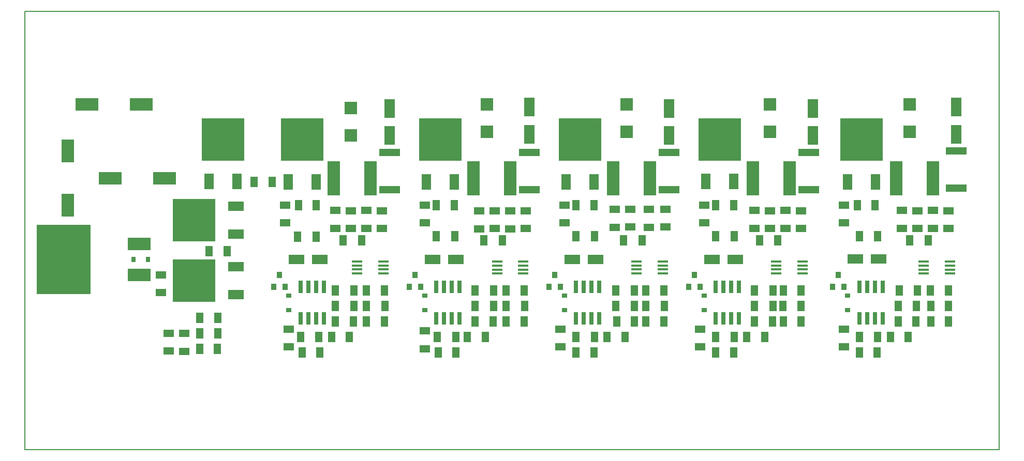
<source format=gbr>
G04 PROTEUS RS274X GERBER FILE*
%FSLAX45Y45*%
%MOMM*%
G01*
%ADD22R,2.032000X5.588000*%
%ADD26R,1.143000X1.803400*%
%ADD27R,2.108200X2.108200*%
%ADD28R,1.651000X3.048000*%
%ADD29R,3.403600X1.244600*%
%ADD72R,6.985000X6.985000*%
%ADD73R,1.524000X2.540000*%
%ADD30R,0.635000X2.032000*%
%ADD31R,1.803400X1.143000*%
%ADD32R,2.540000X1.524000*%
%ADD33R,0.889000X0.635000*%
%ADD34R,0.889000X1.016000*%
%ADD35R,1.778000X0.381000*%
%ADD37R,3.810000X2.032000*%
%ADD38R,2.032000X3.810000*%
%ADD39R,0.635000X0.889000*%
%ADD40R,8.890000X11.430000*%
%ADD41C,0.203200*%
D22*
X-1778000Y+190500D03*
X-2378000Y+190500D03*
D26*
X-4572000Y-2095500D03*
X-4272000Y-2095500D03*
X-3383000Y+127000D03*
X-3683000Y+127000D03*
D27*
X-2095500Y+1339000D03*
X-2095500Y+889000D03*
D28*
X-1460500Y+889000D03*
X-1460500Y+1333500D03*
D29*
X-1460500Y+610000D03*
X-1460500Y+0D03*
D72*
X-2895600Y+817880D03*
D73*
X-3124200Y+127000D03*
X-2667000Y+127000D03*
D30*
X-2921000Y-2108200D03*
X-2794000Y-2108200D03*
X-2667000Y-2108200D03*
X-2540000Y-2108200D03*
X-2540000Y-1587500D03*
X-2667000Y-1587500D03*
X-2794000Y-1587500D03*
X-2921000Y-1587500D03*
D26*
X-2667000Y-254000D03*
X-2957000Y-254000D03*
D31*
X-3175000Y-254000D03*
X-3175000Y-544000D03*
D26*
X-2967000Y-768350D03*
X-2667000Y-768350D03*
D32*
X-2984500Y-1143000D03*
X-2603500Y-1143000D03*
D33*
X-3111500Y-1968500D03*
X-3111500Y-1733550D03*
D26*
X-2921000Y-2413000D03*
X-2621000Y-2413000D03*
X-2893500Y-2667000D03*
X-2603500Y-2667000D03*
D34*
X-3268980Y-1397000D03*
X-3362960Y-1587500D03*
X-3175000Y-1587500D03*
D31*
X-3111500Y-2286000D03*
X-3111500Y-2576000D03*
X-1587500Y-635000D03*
X-1587500Y-345000D03*
X-2095500Y-635000D03*
X-2095500Y-345000D03*
X-1841500Y-335000D03*
X-1841500Y-635000D03*
D35*
X-1993900Y-1176600D03*
X-1993900Y-1241600D03*
X-1993900Y-1306600D03*
X-1993900Y-1371600D03*
X-1563900Y-1371600D03*
X-1563900Y-1306600D03*
X-1563900Y-1241600D03*
X-1563900Y-1176600D03*
D26*
X-2222500Y-825500D03*
X-1922500Y-825500D03*
X-1841500Y-2159000D03*
X-1551500Y-2159000D03*
X-1841500Y-1651000D03*
X-1551500Y-1651000D03*
X-2349500Y-2159000D03*
X-2059500Y-2159000D03*
X-2349500Y-1651000D03*
X-2049500Y-1651000D03*
X-2349500Y-1905000D03*
X-2049500Y-1905000D03*
X-1841500Y-1905000D03*
X-1541500Y-1905000D03*
D31*
X-2349500Y-335000D03*
X-2349500Y-635000D03*
D72*
X-635000Y+817880D03*
D73*
X-863600Y+127000D03*
X-406400Y+127000D03*
D22*
X+508000Y+190500D03*
X-92000Y+190500D03*
D27*
X+127000Y+1397000D03*
X+127000Y+947000D03*
D28*
X+825500Y+907000D03*
X+825500Y+1351500D03*
D29*
X+825500Y+610000D03*
X+825500Y+0D03*
D35*
X+293900Y-1178100D03*
X+293900Y-1243100D03*
X+293900Y-1308100D03*
X+293900Y-1373100D03*
X+723900Y-1373100D03*
X+723900Y-1308100D03*
X+723900Y-1243100D03*
X+723900Y-1178100D03*
D31*
X-889000Y-254000D03*
X-889000Y-544000D03*
D26*
X-408500Y-254000D03*
X-698500Y-254000D03*
X-698500Y-762000D03*
X-398500Y-762000D03*
D32*
X-762000Y-1143000D03*
X-381000Y-1143000D03*
D34*
X-1046480Y-1397000D03*
X-1140460Y-1587500D03*
X-952500Y-1587500D03*
D33*
X-889000Y-1968500D03*
X-889000Y-1733550D03*
D30*
X-698500Y-2108200D03*
X-571500Y-2108200D03*
X-444500Y-2108200D03*
X-317500Y-2108200D03*
X-317500Y-1587500D03*
X-444500Y-1587500D03*
X-571500Y-1587500D03*
X-698500Y-1587500D03*
D31*
X-889000Y-2313500D03*
X-889000Y-2603500D03*
D26*
X-671000Y-2667000D03*
X-381000Y-2667000D03*
X-681000Y-2413000D03*
X-381000Y-2413000D03*
D31*
X+0Y-345000D03*
X+0Y-645000D03*
X+508000Y-345000D03*
X+508000Y-645000D03*
X+762000Y-635000D03*
X+762000Y-345000D03*
X+254000Y-635000D03*
X+254000Y-345000D03*
D26*
X+81000Y-825500D03*
X+381000Y-825500D03*
X-63500Y-1651000D03*
X+236500Y-1651000D03*
X-63500Y-1905000D03*
X+236500Y-1905000D03*
X-63500Y-2159000D03*
X+226500Y-2159000D03*
X+444500Y-1651000D03*
X+734500Y-1651000D03*
X+444500Y-2159000D03*
X+734500Y-2159000D03*
X+444500Y-1905000D03*
X+744500Y-1905000D03*
D28*
X+3111500Y+889000D03*
X+3111500Y+1333500D03*
D27*
X+2413000Y+1397000D03*
X+2413000Y+947000D03*
D33*
X+1397000Y-1968500D03*
X+1397000Y-1733550D03*
D22*
X+2794000Y+190500D03*
X+2194000Y+190500D03*
D34*
X+1239520Y-1397000D03*
X+1145540Y-1587500D03*
X+1333500Y-1587500D03*
D72*
X+1651000Y+817880D03*
D73*
X+1422400Y+127000D03*
X+1879600Y+127000D03*
D35*
X+2578100Y-1176600D03*
X+2578100Y-1241600D03*
X+2578100Y-1306600D03*
X+2578100Y-1371600D03*
X+3008100Y-1371600D03*
X+3008100Y-1306600D03*
X+3008100Y-1241600D03*
X+3008100Y-1176600D03*
D30*
X+1587500Y-2108200D03*
X+1714500Y-2108200D03*
X+1841500Y-2108200D03*
X+1968500Y-2108200D03*
X+1968500Y-1587500D03*
X+1841500Y-1587500D03*
X+1714500Y-1587500D03*
X+1587500Y-1587500D03*
D29*
X+3111500Y+610000D03*
X+3111500Y+0D03*
D26*
X+1587500Y-762000D03*
X+1887500Y-762000D03*
D32*
X+1524000Y-1143000D03*
X+1905000Y-1143000D03*
D31*
X+1397000Y-254000D03*
X+1397000Y-544000D03*
D26*
X+1877500Y-254000D03*
X+1587500Y-254000D03*
X+1587500Y-2667000D03*
X+1877500Y-2667000D03*
D31*
X+1333500Y-2286000D03*
X+1333500Y-2576000D03*
D26*
X+1587500Y-2413000D03*
X+1887500Y-2413000D03*
D31*
X+2222500Y-317500D03*
X+2222500Y-617500D03*
X+2476500Y-607500D03*
X+2476500Y-317500D03*
X+3048000Y-607500D03*
X+3048000Y-317500D03*
X+2781300Y-317500D03*
X+2781300Y-617500D03*
D26*
X+2367000Y-825500D03*
X+2667000Y-825500D03*
X+2730500Y-2159000D03*
X+3020500Y-2159000D03*
X+2730500Y-1651000D03*
X+3020500Y-1651000D03*
X+2250000Y-2159000D03*
X+2540000Y-2159000D03*
X+2240000Y-1905000D03*
X+2540000Y-1905000D03*
X+2730500Y-1905000D03*
X+3030500Y-1905000D03*
X+2240000Y-1651000D03*
X+2540000Y-1651000D03*
D28*
X+5461000Y+889000D03*
X+5461000Y+1333500D03*
D27*
X+4762500Y+1397000D03*
X+4762500Y+947000D03*
D33*
X+3683000Y-1968500D03*
X+3683000Y-1733550D03*
D22*
X+5080000Y+190500D03*
X+4480000Y+190500D03*
D34*
X+3525520Y-1397000D03*
X+3431540Y-1587500D03*
X+3619500Y-1587500D03*
D72*
X+3937000Y+825500D03*
D73*
X+3708400Y+134620D03*
X+4165600Y+134620D03*
D34*
X+5875020Y-1397000D03*
X+5781040Y-1587500D03*
X+5969000Y-1587500D03*
D72*
X+6261100Y+817880D03*
D73*
X+6032500Y+127000D03*
X+6489700Y+127000D03*
D29*
X+5397500Y+610000D03*
X+5397500Y+0D03*
X+7810500Y+635000D03*
X+7810500Y+25000D03*
D35*
X+4864100Y-1176600D03*
X+4864100Y-1241600D03*
X+4864100Y-1306600D03*
X+4864100Y-1371600D03*
X+5294100Y-1371600D03*
X+5294100Y-1306600D03*
X+5294100Y-1241600D03*
X+5294100Y-1176600D03*
D30*
X+3873500Y-2108200D03*
X+4000500Y-2108200D03*
X+4127500Y-2108200D03*
X+4254500Y-2108200D03*
X+4254500Y-1587500D03*
X+4127500Y-1587500D03*
X+4000500Y-1587500D03*
X+3873500Y-1587500D03*
D35*
X+7277100Y-1178100D03*
X+7277100Y-1243100D03*
X+7277100Y-1308100D03*
X+7277100Y-1373100D03*
X+7707100Y-1373100D03*
X+7707100Y-1308100D03*
X+7707100Y-1243100D03*
X+7707100Y-1178100D03*
D30*
X+6223000Y-2108200D03*
X+6350000Y-2108200D03*
X+6477000Y-2108200D03*
X+6604000Y-2108200D03*
X+6604000Y-1587500D03*
X+6477000Y-1587500D03*
X+6350000Y-1587500D03*
X+6223000Y-1587500D03*
D26*
X+3873500Y-2413000D03*
X+4173500Y-2413000D03*
X+3873500Y-762000D03*
X+4173500Y-762000D03*
D32*
X+3810000Y-1143000D03*
X+4191000Y-1143000D03*
D31*
X+3619500Y-2286000D03*
X+3619500Y-2576000D03*
X+3683000Y-254000D03*
X+3683000Y-544000D03*
D26*
X+4163500Y-254000D03*
X+3873500Y-254000D03*
X+3873500Y-2667000D03*
X+4163500Y-2667000D03*
D31*
X+5270500Y-635000D03*
X+5270500Y-345000D03*
X+4762500Y-635000D03*
X+4762500Y-345000D03*
D26*
X+4508500Y-2159000D03*
X+4798500Y-2159000D03*
X+4589500Y-825500D03*
X+4889500Y-825500D03*
D31*
X+5016500Y-335000D03*
X+5016500Y-635000D03*
X+4508500Y-335000D03*
X+4508500Y-635000D03*
D26*
X+4980500Y-2159000D03*
X+5270500Y-2159000D03*
X+4980500Y-1651000D03*
X+5270500Y-1651000D03*
X+7393500Y-2159000D03*
X+7683500Y-2159000D03*
X+4508500Y-1905000D03*
X+4808500Y-1905000D03*
X+4970500Y-1905000D03*
X+5270500Y-1905000D03*
X+4508500Y-1651000D03*
X+4808500Y-1651000D03*
D28*
X+7810500Y+907000D03*
X+7810500Y+1351500D03*
D27*
X+7048500Y+1397000D03*
X+7048500Y+947000D03*
D33*
X+6032500Y-1968500D03*
X+6032500Y-1733550D03*
D22*
X+7429500Y+190500D03*
X+6829500Y+190500D03*
D26*
X+6858000Y-1905000D03*
X+7158000Y-1905000D03*
X+6223000Y-762000D03*
X+6523000Y-762000D03*
D32*
X+6159500Y-1135380D03*
X+6540500Y-1135380D03*
D31*
X+5969000Y-254000D03*
X+5969000Y-544000D03*
D26*
X+6477000Y-254000D03*
X+6187000Y-254000D03*
D31*
X+5969000Y-2286000D03*
X+5969000Y-2576000D03*
D26*
X+6223000Y-2667000D03*
X+6513000Y-2667000D03*
X+6223000Y-2413000D03*
X+6523000Y-2413000D03*
X+7048500Y-825500D03*
X+7348500Y-825500D03*
X+7383500Y-1651000D03*
X+7683500Y-1651000D03*
D31*
X+7429500Y-335000D03*
X+7429500Y-635000D03*
D26*
X+6875500Y-1651000D03*
X+7175500Y-1651000D03*
D31*
X+6921500Y-335000D03*
X+6921500Y-635000D03*
D26*
X+7393500Y-1905000D03*
X+7683500Y-1905000D03*
D31*
X+7683500Y-635000D03*
X+7683500Y-345000D03*
X+7175500Y-635000D03*
X+7175500Y-345000D03*
D26*
X+6858000Y-2159000D03*
X+7148000Y-2159000D03*
X-4572000Y-2349500D03*
X-4272000Y-2349500D03*
X-4419600Y-1008380D03*
X-4119600Y-1008380D03*
D31*
X-4826000Y-2349500D03*
X-4826000Y-2649500D03*
D26*
X-4572000Y-2603500D03*
X-4282000Y-2603500D03*
D31*
X-5080000Y-2349500D03*
X-5080000Y-2639500D03*
D72*
X-4665980Y-1490980D03*
D32*
X-3975100Y-1719580D03*
X-3975100Y-1262380D03*
D72*
X-4665980Y-500380D03*
D32*
X-3975100Y-728980D03*
X-3975100Y-271780D03*
D72*
X-4191000Y+825500D03*
D73*
X-4419600Y+134620D03*
X-3962400Y+134620D03*
D26*
X-2413000Y-2413000D03*
X-2123000Y-2413000D03*
X-190500Y-2413000D03*
X+99500Y-2413000D03*
X+2095500Y-2413000D03*
X+2385500Y-2413000D03*
X+4381500Y-2413000D03*
X+4671500Y-2413000D03*
X+6731000Y-2413000D03*
X+7021000Y-2413000D03*
D37*
X-6413500Y+1397000D03*
X-5524500Y+1397000D03*
D38*
X-6731000Y-254000D03*
X-6731000Y+635000D03*
D37*
X-6032500Y+190500D03*
X-5143500Y+190500D03*
D39*
X-5651500Y-1143000D03*
X-5416550Y-1143000D03*
D40*
X-6794500Y-1143000D03*
D37*
X-5562600Y-1397000D03*
X-5562600Y-889000D03*
D31*
X-5207000Y-1687000D03*
X-5207000Y-1397000D03*
D41*
X-7429500Y-4254500D02*
X+8509000Y-4254500D01*
X+8509000Y+2921000D01*
X-7429500Y+2921000D01*
X-7429500Y-4254500D01*
M02*

</source>
